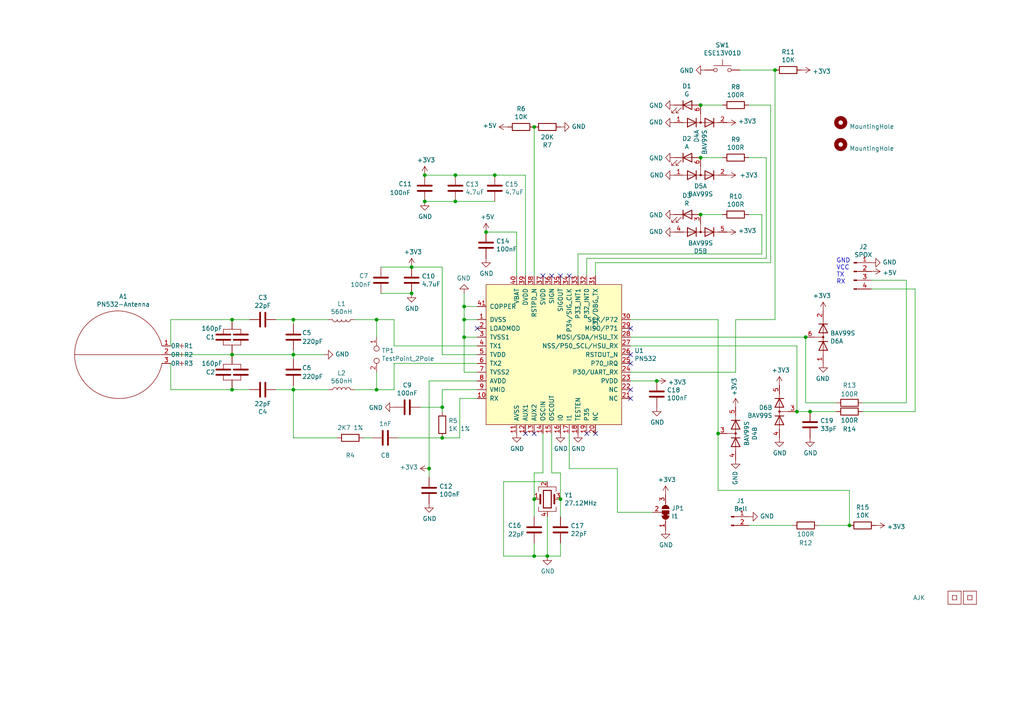
<source format=kicad_sch>
(kicad_sch (version 20211123) (generator eeschema)
  (paper "A4")
  (title_block (title "PN532 NFC Board") (date "${DATE}") (rev "7") (company "Adrian Kennard Andrews & Arnold Ltd") (comment 1 "www.me.uk"))
  (lib_symbols
    (symbol "Connector:Conn_01x02_Male" (pin_names (offset 1.016) hide)
      (property "Reference" "J" (at 0 2.54 0))
      (property "Value" "Conn_01x02_Male" (at 0 -5.08 0))
      (symbol "Conn_01x02_Male_1_1"
        (polyline (pts (xy 1.27 -2.54) (xy 0.8636 -2.54)) (stroke (width 0.1524)))
        (polyline (pts (xy 1.27 0) (xy 0.8636 0)) (stroke (width 0.1524)))
        (rectangle (start 0.8636 -2.413) (end 0 -2.667) (stroke (width 0.1524)) (fill (type outline)))
        (rectangle (start 0.8636 0.127) (end 0 -0.127) (stroke (width 0.1524)) (fill (type outline)))
        (pin passive line (at 5.08 0 180) (length 3.81) (name "Pin_1") (number "1"))
        (pin passive line (at 5.08 -2.54 180) (length 3.81) (name "Pin_2") (number "2"))
      )
    )
    (symbol "Connector:Conn_01x04_Male" (pin_names (offset 1.016) hide)
      (property "Reference" "J" (at 0 5.08 0))
      (property "Value" "Conn_01x04_Male" (at 0 -7.62 0))
      (symbol "Conn_01x04_Male_1_1"
        (polyline (pts (xy 1.27 -5.08) (xy 0.8636 -5.08)) (stroke (width 0.1524)))
        (polyline (pts (xy 1.27 -2.54) (xy 0.8636 -2.54)) (stroke (width 0.1524)))
        (polyline (pts (xy 1.27 0) (xy 0.8636 0)) (stroke (width 0.1524)))
        (polyline (pts (xy 1.27 2.54) (xy 0.8636 2.54)) (stroke (width 0.1524)))
        (rectangle (start 0.8636 -4.953) (end 0 -5.207) (stroke (width 0.1524)) (fill (type outline)))
        (rectangle (start 0.8636 -2.413) (end 0 -2.667) (stroke (width 0.1524)) (fill (type outline)))
        (rectangle (start 0.8636 0.127) (end 0 -0.127) (stroke (width 0.1524)) (fill (type outline)))
        (rectangle (start 0.8636 2.667) (end 0 2.413) (stroke (width 0.1524)) (fill (type outline)))
        (pin passive line (at 5.08 2.54 180) (length 3.81) (name "Pin_1") (number "1"))
        (pin passive line (at 5.08 0 180) (length 3.81) (name "Pin_2") (number "2"))
        (pin passive line (at 5.08 -2.54 180) (length 3.81) (name "Pin_3") (number "3"))
        (pin passive line (at 5.08 -5.08 180) (length 3.81) (name "Pin_4") (number "4"))
      )
    )
    (symbol "Connector:TestPoint_2Pole" (pin_names (offset 0.762) hide)
      (property "Reference" "TP" (at 0 1.524 0))
      (property "Value" "TestPoint_2Pole" (at 0 -1.778 0))
      (symbol "TestPoint_2Pole_0_1"
        (circle (center -1.778 0) (radius 0.762))
        (circle (center 1.778 0) (radius 0.762))
        (pin passive line (at -5.08 0 0) (length 2.54) (name "1") (number "1"))
        (pin passive line (at 5.08 0 180) (length 2.54) (name "2") (number "2"))
      )
    )
    (symbol "Cx2_1" (pin_numbers hide) (pin_names (offset 0.254))
      (property "Reference" "C" (at 0.635 3.429 0))
      (property "Value" "Cx2_1" (at 2.921 -3.429 0))
      (property "Note" "May be two 0603 parts" (at 0 0 0))
      (symbol "Cx2_1_0_1"
        (polyline (pts (xy -2.032 -0.762) (xy 2.032 -0.762)) (stroke (width 0.508)))
        (polyline (pts (xy -2.032 0.762) (xy 2.032 0.762)) (stroke (width 0.508)))
        (polyline (pts (xy 0 -2.286) (xy 0 -0.762)))
        (polyline (pts (xy 0 -2.286) (xy 5.08 -2.286)))
        (polyline (pts (xy 0 2.286) (xy 0 0.889)))
        (polyline (pts (xy 0 2.286) (xy 5.08 2.286)))
        (polyline (pts (xy 5.08 -2.286) (xy 5.08 -0.762)))
        (polyline (pts (xy 5.08 2.286) (xy 5.08 0.635)))
      )
      (symbol "Cx2_1_1_1"
        (polyline (pts (xy 3.048 -0.762) (xy 7.112 -0.762)) (stroke (width 0.508)))
        (polyline (pts (xy 3.048 0.762) (xy 7.112 0.762)) (stroke (width 0.508)))
        (pin passive line (at 2.54 5.08 270) (length 2.794) (name "~") (number "1"))
        (pin passive line (at 2.54 -5.08 90) (length 2.794) (name "~") (number "2"))
      )
    )
    (symbol "Device:C" (pin_numbers hide) (pin_names (offset 0.254))
      (property "Reference" "C" (at 0.635 2.54 0))
      (property "Value" "C" (at 0.635 -2.54 0))
      (symbol "C_0_1"
        (polyline (pts (xy -2.032 -0.762) (xy 2.032 -0.762)) (stroke (width 0.508)))
        (polyline (pts (xy -2.032 0.762) (xy 2.032 0.762)) (stroke (width 0.508)))
      )
      (symbol "C_1_1"
        (pin passive line (at 0 3.81 270) (length 2.794) (name "~") (number "1"))
        (pin passive line (at 0 -3.81 90) (length 2.794) (name "~") (number "2"))
      )
    )
    (symbol "Device:Crystal_GND24" (pin_names (offset 1.016) hide)
      (property "Reference" "Y" (at 3.175 5.08 0))
      (property "Value" "Crystal_GND24" (at 3.175 3.175 0))
      (symbol "Crystal_GND24_0_1"
        (rectangle (start -1.143 2.54) (end 1.143 -2.54) (stroke (width 0.3048)))
        (polyline (pts (xy -2.54 0) (xy -2.032 0)))
        (polyline (pts (xy -2.032 -1.27) (xy -2.032 1.27)) (stroke (width 0.508)))
        (polyline (pts (xy 0 -3.81) (xy 0 -3.556)))
        (polyline (pts (xy 0 3.556) (xy 0 3.81)))
        (polyline (pts (xy 2.032 -1.27) (xy 2.032 1.27)) (stroke (width 0.508)))
        (polyline (pts (xy 2.032 0) (xy 2.54 0)))
        (polyline (pts (xy -2.54 -2.286) (xy -2.54 -3.556) (xy 2.54 -3.556) (xy 2.54 -2.286)))
        (polyline (pts (xy -2.54 2.286) (xy -2.54 3.556) (xy 2.54 3.556) (xy 2.54 2.286)))
      )
      (symbol "Crystal_GND24_1_1"
        (pin passive line (at -3.81 0 0) (length 1.27) (name "1") (number "1"))
        (pin passive line (at 0 5.08 270) (length 1.27) (name "2") (number "2"))
        (pin passive line (at 3.81 0 180) (length 1.27) (name "3") (number "3"))
        (pin passive line (at 0 -5.08 90) (length 1.27) (name "4") (number "4"))
      )
    )
    (symbol "Device:L" (pin_numbers hide) (pin_names (offset 1.016) hide)
      (property "Reference" "L" (at -1.27 0 90))
      (property "Value" "L" (at 1.905 0 90))
      (symbol "L_0_1"
        (arc (start 0 -2.54) (mid 0.635 -1.905) (end 0 -1.27))
        (arc (start 0 -1.27) (mid 0.635 -0.635) (end 0 0))
        (arc (start 0 0) (mid 0.635 0.635) (end 0 1.27))
        (arc (start 0 1.27) (mid 0.635 1.905) (end 0 2.54))
      )
      (symbol "L_1_1"
        (pin passive line (at 0 3.81 270) (length 1.27) (name "1") (number "1"))
        (pin passive line (at 0 -3.81 90) (length 1.27) (name "2") (number "2"))
      )
    )
    (symbol "Device:LED" (pin_numbers hide) (pin_names (offset 1.016) hide)
      (property "Reference" "D" (at 0 2.54 0))
      (property "Value" "LED" (at 0 -2.54 0))
      (symbol "LED_0_1"
        (polyline (pts (xy -1.27 -1.27) (xy -1.27 1.27)) (stroke (width 0.254)))
        (polyline (pts (xy -1.27 0) (xy 1.27 0)))
        (polyline (pts (xy 1.27 -1.27) (xy 1.27 1.27) (xy -1.27 0) (xy 1.27 -1.27)) (stroke (width 0.254)))
        (polyline (pts (xy -3.048 -0.762) (xy -4.572 -2.286) (xy -3.81 -2.286) (xy -4.572 -2.286) (xy -4.572 -1.524)))
        (polyline (pts (xy -1.778 -0.762) (xy -3.302 -2.286) (xy -2.54 -2.286) (xy -3.302 -2.286) (xy -3.302 -1.524)))
      )
      (symbol "LED_1_1"
        (pin passive line (at -3.81 0 0) (length 2.54) (name "K") (number "1"))
        (pin passive line (at 3.81 0 180) (length 2.54) (name "A") (number "2"))
      )
    )
    (symbol "Device:R" (pin_numbers hide) (pin_names (offset 0))
      (property "Reference" "R" (at 2.032 0 90))
      (property "Value" "R" (at 0 0 90))
      (symbol "R_0_1"
        (rectangle (start -1.016 -2.54) (end 1.016 2.54) (stroke (width 0.254)))
      )
      (symbol "R_1_1"
        (pin passive line (at 0 3.81 270) (length 1.27) (name "~") (number "1"))
        (pin passive line (at 0 -3.81 90) (length 1.27) (name "~") (number "2"))
      )
    )
    (symbol "Diode:BAV99S" (pin_names (offset 0.0254) hide)
      (property "Reference" "D" (at 0 2.54 0))
      (property "Value" "BAV99S" (at 0 5.08 0))
      (symbol "BAV99S_0_1"
        (polyline (pts (xy -5.08 0) (xy 5.08 0)))
        (polyline (pts (xy 0 0) (xy 0 -2.54)))
        (polyline (pts (xy -1.27 -1.27) (xy -1.27 1.27) (xy -1.27 1.27)) (stroke (width 0.254)))
        (polyline (pts (xy 3.81 1.27) (xy 3.81 -1.27) (xy 3.81 -1.27)) (stroke (width 0.254)))
        (polyline (pts (xy -3.81 1.27) (xy -1.27 0) (xy -3.81 -1.27) (xy -3.81 1.27) (xy -3.81 1.27) (xy -3.81 1.27)) (stroke (width 0.254)))
        (polyline (pts (xy 1.27 1.27) (xy 3.81 0) (xy 1.27 -1.27) (xy 1.27 1.27) (xy 1.27 1.27) (xy 1.27 1.27)) (stroke (width 0.254)))
        (circle (center 0 0) (radius 0.254) (fill (type outline)))
      )
      (symbol "BAV99S_1_1"
        (polyline (pts (xy 6.35 0) (xy 7.62 0)))
        (pin passive line (at -7.62 0 0) (length 2.54) (name "A1") (number "1"))
        (pin passive line (at 7.62 0 180) (length 2.54) (name "K2") (number "2"))
        (pin passive line (at 0 -5.08 90) (length 2.54) (name "K3A4") (number "6"))
      )
      (symbol "BAV99S_2_1"
        (polyline (pts (xy 6.35 0) (xy 7.62 0)))
        (pin passive line (at 0 -5.08 90) (length 2.54) (name "K1A2") (number "3"))
        (pin passive line (at -7.62 0 0) (length 2.54) (name "A3") (number "4"))
        (pin passive line (at 7.62 0 180) (length 2.54) (name "K4") (number "5"))
      )
    )
    (symbol "Hidden_2" (pin_names (offset 1.016))
      (property "Reference" "Z" (at 0.635 0 0))
      (property "Value" "Hidden_2" (at 4.445 0 0))
      (symbol "Hidden_2_0_1"
        (polyline (pts (xy -0.635 0) (xy 0.635 0)) (stroke (width 0.1524)))
        (polyline (pts (xy 0 0.635) (xy 0 -0.635)) (stroke (width 0.1524)))
      )
      (symbol "Hidden_2_1_1"
        (pin no_connect non_logic (at 0 -2.54 90) (length 2.54) hide (name "~") (number "~"))
      )
    )
    (symbol "Jumper:SolderJumper_3_Bridged12" (pin_names (offset 0) hide)
      (property "Reference" "JP" (at -2.54 -2.54 0))
      (property "Value" "SolderJumper_3_Bridged12" (at 0 2.794 0))
      (symbol "SolderJumper_3_Bridged12_0_1"
        (rectangle (start -1.016 0.508) (end -0.508 -0.508) (fill (type outline)))
        (arc (start -1.016 1.016) (mid -2.032 0) (end -1.016 -1.016))
        (arc (start -1.016 1.016) (mid -2.032 0) (end -1.016 -1.016) (fill (type outline)))
        (rectangle (start -0.508 1.016) (end 0.508 -1.016) (fill (type outline)))
        (polyline (pts (xy -2.54 0) (xy -2.032 0)))
        (polyline (pts (xy -1.016 1.016) (xy -1.016 -1.016)))
        (polyline (pts (xy 0 -1.27) (xy 0 -1.016)))
        (polyline (pts (xy 1.016 1.016) (xy 1.016 -1.016)))
        (polyline (pts (xy 2.54 0) (xy 2.032 0)))
        (arc (start 1.016 -1.016) (mid 2.032 0) (end 1.016 1.016))
        (arc (start 1.016 -1.016) (mid 2.032 0) (end 1.016 1.016) (fill (type outline)))
      )
      (symbol "SolderJumper_3_Bridged12_1_1"
        (pin passive line (at -5.08 0 0) (length 2.54) (name "A") (number "1"))
        (pin input line (at 0 -3.81 90) (length 2.54) (name "C") (number "2"))
        (pin passive line (at 5.08 0 180) (length 2.54) (name "B") (number "3"))
      )
    )
    (symbol "Mechanical:MountingHole" (pin_names (offset 1.016)) (in_bom no)
      (property "Reference" "H" (at 0 5.08 0))
      (property "Value" "MountingHole" (at 0 3.175 0))
      (symbol "MountingHole_0_1"
        (circle (center 0 0) (radius 1.27) (stroke (width 1.27)))
      )
    )
    (symbol "MountingHole_1" (pin_names (offset 1.016)) (in_bom no)
      (property "Reference" "H" (at 0 5.08 0))
      (property "Value" "MountingHole_1" (at 0 3.175 0))
      (symbol "MountingHole_1_0_1"
        (circle (center 0 0) (radius 1.27) (stroke (width 1.27)))
      )
    )
    (symbol "QR_1" (pin_names (offset 1.016)) (in_bom no)
      (symbol "QR_1_0_1"
        (rectangle (start -1.905 -1.905) (end -1.905 1.905))
        (rectangle (start -1.905 1.905) (end 1.905 1.905))
        (rectangle (start -0.635 -0.635) (end -0.635 0.635))
        (rectangle (start -0.635 0.635) (end 0.635 0.635))
        (rectangle (start 0.635 -0.635) (end -0.635 -0.635))
        (rectangle (start 0.635 0.635) (end 0.635 -0.635))
        (rectangle (start 1.905 -1.905) (end -1.905 -1.905))
        (rectangle (start 1.905 1.905) (end 1.905 -1.905))
      )
    )
    (symbol "RevK:AJK" (pin_names (offset 1.016)) (in_bom no)
      (property "Value" "AJK" (at 0 0 0))
    )
    (symbol "RevK:Hidden" (pin_names (offset 1.016))
      (property "Reference" "Z" (at 0.635 0 0))
      (property "Value" "Hidden" (at 4.445 0 0))
      (symbol "Hidden_0_1"
        (polyline (pts (xy -0.635 0) (xy 0.635 0)) (stroke (width 0.1524)))
        (polyline (pts (xy 0 0.635) (xy 0 -0.635)) (stroke (width 0.1524)))
      )
      (symbol "Hidden_1_1"
        (pin no_connect non_logic (at 0 -2.54 90) (length 2.54) hide (name "~") (number "~"))
      )
    )
    (symbol "RevK:PN532" (pin_names (offset 1.016))
      (property "Reference" "U" (at -21.59 13.97 0))
      (property "Value" "PN532" (at -3.81 35.56 0))
      (symbol "PN532_0_1"
        (rectangle (start -22.86 57.15) (end 16.51 16.51) (fill (type background)))
      )
      (symbol "PN532_1_1"
        (pin power_in line (at -25.4 46.99 0) (length 2.54) (name "DVSS") (number "1"))
        (pin input line (at -25.4 24.13 0) (length 2.54) (name "RX") (number "10"))
        (pin power_in line (at -13.97 13.97 90) (length 2.54) (name "AVSS") (number "11"))
        (pin output line (at -11.43 13.97 90) (length 2.54) (name "AUX1") (number "12"))
        (pin output line (at -8.89 13.97 90) (length 2.54) (name "AUX2") (number "13"))
        (pin input line (at -6.35 13.97 90) (length 2.54) (name "OSCIN") (number "14"))
        (pin output line (at -3.81 13.97 90) (length 2.54) (name "OSCOUT") (number "15"))
        (pin input line (at -1.27 13.97 90) (length 2.54) (name "I0") (number "16"))
        (pin input line (at 1.27 13.97 90) (length 2.54) (name "I1") (number "17"))
        (pin input line (at 3.81 13.97 90) (length 2.54) (name "TESTEN") (number "18"))
        (pin bidirectional line (at 6.35 13.97 90) (length 2.54) (name "P35") (number "19"))
        (pin output line (at -25.4 44.45 0) (length 2.54) (name "LOADMOD") (number "2"))
        (pin passive line (at 8.89 13.97 90) (length 2.54) (name "NC") (number "20"))
        (pin passive line (at 19.05 24.13 180) (length 2.54) (name "NC") (number "21"))
        (pin passive line (at 19.05 26.67 180) (length 2.54) (name "NC") (number "22"))
        (pin power_in line (at 19.05 29.21 180) (length 2.54) (name "PVDD") (number "23"))
        (pin bidirectional line (at 19.05 31.75 180) (length 2.54) (name "P30/UART_RX") (number "24"))
        (pin bidirectional line (at 19.05 34.29 180) (length 2.54) (name "P70_IRQ") (number "25"))
        (pin output line (at 19.05 36.83 180) (length 2.54) (name "RSTOUT_N") (number "26"))
        (pin bidirectional line (at 19.05 39.37 180) (length 2.54) (name "NSS/P50_SCL/HSU_RX") (number "27"))
        (pin bidirectional line (at 19.05 41.91 180) (length 2.54) (name "MOSI/SDA/HSU_TX") (number "28"))
        (pin bidirectional line (at 19.05 44.45 180) (length 2.54) (name "MISO/P71") (number "29"))
        (pin power_in line (at -25.4 41.91 0) (length 2.54) (name "TVSS1") (number "3"))
        (pin bidirectional line (at 19.05 46.99 180) (length 2.54) (name "SCK/P72") (number "30"))
        (pin bidirectional line (at 8.89 59.69 270) (length 2.54) (name "P31/DBG_TX") (number "31"))
        (pin bidirectional line (at 6.35 59.69 270) (length 2.54) (name "P32_INT0") (number "32"))
        (pin bidirectional line (at 3.81 59.69 270) (length 2.54) (name "P33_INT1") (number "33"))
        (pin bidirectional line (at 1.27 59.69 270) (length 2.54) (name "P34/SIG_CLK") (number "34"))
        (pin output line (at -1.27 59.69 270) (length 2.54) (name "SIGOUT") (number "35"))
        (pin input line (at -3.81 59.69 270) (length 2.54) (name "SIGN") (number "36"))
        (pin power_out line (at -6.35 59.69 270) (length 2.54) (name "SVDD") (number "37"))
        (pin input line (at -8.89 59.69 270) (length 2.54) (name "RSTPD_N") (number "38"))
        (pin power_out line (at -11.43 59.69 270) (length 2.54) (name "DVDD") (number "39"))
        (pin output line (at -25.4 39.37 0) (length 2.54) (name "TX1") (number "4"))
        (pin power_in line (at -13.97 59.69 270) (length 2.54) (name "VBAT") (number "40"))
        (pin passive line (at -25.4 50.8 0) (length 2.54) (name "COPPER") (number "41"))
        (pin power_in line (at -25.4 36.83 0) (length 2.54) (name "TVDD") (number "5"))
        (pin output line (at -25.4 34.29 0) (length 2.54) (name "TX2") (number "6"))
        (pin power_in line (at -25.4 31.75 0) (length 2.54) (name "TVSS2") (number "7"))
        (pin power_in line (at -25.4 29.21 0) (length 2.54) (name "AVDD") (number "8"))
        (pin output line (at -25.4 26.67 0) (length 2.54) (name "VMID") (number "9"))
      )
    )
    (symbol "RevK:PN532-Antenna" (pin_names (offset 1.016)) (in_bom no)
      (property "Reference" "A" (at 0 -15.24 0))
      (property "Value" "PN532-Antenna" (at 0 1.27 0))
      (symbol "PN532-Antenna_0_1"
        (arc (start 0 -12.7) (mid 8.196 -9.9275) (end 12.7 -2.54))
        (polyline (pts (xy 12.7 0) (xy -12.7 0)))
        (arc (start 0 12.7) (mid -12.7 0) (end 0 -12.7))
        (arc (start 12.7 2.54) (mid 8.0366 9.7282) (end 0 12.7))
      )
      (symbol "PN532-Antenna_1_1"
        (pin bidirectional line (at 15.24 2.54 180) (length 2.54) (name "") (number "1"))
        (pin bidirectional line (at 15.24 0 180) (length 2.54) (name "") (number "2"))
        (pin bidirectional line (at 15.24 -2.54 180) (length 2.54) (name "") (number "3"))
      )
    )
    (symbol "RevK:QR" (pin_names (offset 1.016)) (in_bom no)
      (symbol "QR_0_1"
        (rectangle (start -1.905 -1.905) (end -1.905 1.905))
        (rectangle (start -1.905 1.905) (end 1.905 1.905))
        (rectangle (start -0.635 -0.635) (end -0.635 0.635))
        (rectangle (start -0.635 0.635) (end 0.635 0.635))
        (rectangle (start 0.635 -0.635) (end -0.635 -0.635))
        (rectangle (start 0.635 0.635) (end 0.635 -0.635))
        (rectangle (start 1.905 -1.905) (end -1.905 -1.905))
        (rectangle (start 1.905 1.905) (end 1.905 -1.905))
      )
    )
    (symbol "Switch:SW_Push" (pin_numbers hide) (pin_names (offset 1.016) hide)
      (property "Reference" "SW" (at 1.27 2.54 0))
      (property "Value" "SW_Push" (at 0 -1.524 0))
      (symbol "SW_Push_0_1"
        (circle (center -2.032 0) (radius 0.508))
        (polyline (pts (xy 0 1.27) (xy 0 3.048)))
        (polyline (pts (xy 2.54 1.27) (xy -2.54 1.27)))
        (circle (center 2.032 0) (radius 0.508))
        (pin passive line (at -5.08 0 0) (length 2.54) (name "1") (number "1"))
        (pin passive line (at 5.08 0 180) (length 2.54) (name "2") (number "2"))
      )
    )
    (symbol "power:+3.3V" (power) (pin_names (offset 0))
      (property "Value" "+3.3V" (at 0 3.556 0))
      (symbol "+3.3V_0_1"
        (polyline (pts (xy -0.762 1.27) (xy 0 2.54)))
        (polyline (pts (xy 0 0) (xy 0 2.54)))
        (polyline (pts (xy 0 2.54) (xy 0.762 1.27)))
      )
      (symbol "+3.3V_1_1"
        (pin power_in line (at 0 0 90) (length 0) hide (name "+3V3") (number "1"))
      )
    )
    (symbol "power:+5V" (power) (pin_names (offset 0))
      (property "Value" "+5V" (at 0 3.556 0))
      (symbol "+5V_0_1"
        (polyline (pts (xy -0.762 1.27) (xy 0 2.54)))
        (polyline (pts (xy 0 0) (xy 0 2.54)))
        (polyline (pts (xy 0 2.54) (xy 0.762 1.27)))
      )
      (symbol "+5V_1_1"
        (pin power_in line (at 0 0 90) (length 0) hide (name "+5V") (number "1"))
      )
    )
    (symbol "power:GND" (power) (pin_names (offset 0))
      (property "Value" "GND" (at 0 -3.81 0))
      (symbol "GND_0_1"
        (polyline (pts (xy 0 0) (xy 0 -1.27) (xy 1.27 -1.27) (xy 0 -2.54) (xy -1.27 -1.27) (xy 0 -1.27)))
      )
      (symbol "GND_1_1"
        (pin power_in line (at 0 0 270) (length 0) hide (name "GND") (number "1"))
      )
    )
  )
  (junction (at 85.09 113.03))
  (junction (at 109.22 92.71))
  (junction (at 140.97 67.31))
  (junction (at 162.56 144.78))
  (junction (at 190.5 110.49))
  (junction (at 134.62 88.9))
  (junction (at 134.62 92.71))
  (junction (at 203.2 62.23))
  (junction (at 67.31 113.03))
  (junction (at 233.68 97.79))
  (junction (at 119.38 77.47))
  (junction (at 128.27 118.11))
  (junction (at 231.14 119.38))
  (junction (at 132.08 58.42))
  (junction (at 134.62 97.79))
  (junction (at 123.19 58.42))
  (junction (at 208.28 125.73))
  (junction (at 123.19 50.8))
  (junction (at 85.09 92.71))
  (junction (at 154.94 144.78))
  (junction (at 132.08 50.8))
  (junction (at 154.94 161.29))
  (junction (at 143.51 50.8))
  (junction (at 158.75 161.29))
  (junction (at 67.31 102.87))
  (junction (at 119.38 85.09))
  (junction (at 203.2 45.72))
  (junction (at 128.27 127))
  (junction (at 224.79 20.32))
  (junction (at 234.95 119.38))
  (junction (at 67.31 92.71))
  (junction (at 154.94 36.83))
  (junction (at 124.46 135.89))
  (junction (at 85.09 102.87))
  (junction (at 203.2 30.48))
  (junction (at 109.22 113.03))
  (junction (at 246.38 152.4))
  (no_connect (at 182.88 102.87))
  (no_connect (at 162.56 80.01))
  (no_connect (at 170.18 125.73))
  (no_connect (at 154.94 125.73))
  (no_connect (at 182.88 115.57))
  (no_connect (at 182.88 113.03))
  (no_connect (at 157.48 80.01))
  (no_connect (at 182.88 105.41))
  (no_connect (at 165.1 80.01))
  (no_connect (at 172.72 125.73))
  (no_connect (at 138.43 95.25))
  (no_connect (at 182.88 95.25))
  (no_connect (at 152.4 125.73))
  (no_connect (at 160.02 80.01))
  (wire (pts (xy 160.02 125.73) (xy 160.02 137.16)))
  (wire (pts (xy 146.05 139.7) (xy 146.05 161.29)))
  (wire (pts (xy 158.75 139.7) (xy 146.05 139.7)))
  (wire (pts (xy 217.17 45.72) (xy 222.25 45.72)))
  (wire (pts (xy 85.09 101.6) (xy 85.09 102.87)))
  (wire (pts (xy 114.3 105.41) (xy 138.43 105.41)))
  (wire (pts (xy 229.87 152.4) (xy 217.17 152.4)))
  (wire (pts (xy 217.17 62.23) (xy 220.98 62.23)))
  (wire (pts (xy 49.53 105.41) (xy 49.53 113.03)))
  (wire (pts (xy 170.18 74.93) (xy 170.18 80.01)))
  (wire (pts (xy 154.94 137.16) (xy 154.94 144.78)))
  (wire (pts (xy 132.08 50.8) (xy 143.51 50.8)))
  (wire (pts (xy 222.25 45.72) (xy 222.25 74.93)))
  (wire (pts (xy 85.09 102.87) (xy 85.09 104.14)))
  (wire (pts (xy 110.49 77.47) (xy 119.38 77.47)))
  (wire (pts (xy 233.68 116.84) (xy 233.68 97.79)))
  (wire (pts (xy 146.05 161.29) (xy 154.94 161.29)))
  (wire (pts (xy 49.53 92.71) (xy 49.53 100.33)))
  (wire (pts (xy 138.43 107.95) (xy 134.62 107.95)))
  (wire (pts (xy 114.3 105.41) (xy 114.3 113.03)))
  (wire (pts (xy 134.62 92.71) (xy 138.43 92.71)))
  (wire (pts (xy 85.09 92.71) (xy 95.25 92.71)))
  (wire (pts (xy 209.55 30.48) (xy 203.2 30.48)))
  (wire (pts (xy 80.01 92.71) (xy 85.09 92.71)))
  (wire (pts (xy 265.43 119.38) (xy 250.19 119.38)))
  (wire (pts (xy 157.48 125.73) (xy 157.48 137.16)))
  (wire (pts (xy 134.62 88.9) (xy 138.43 88.9)))
  (wire (pts (xy 114.3 92.71) (xy 114.3 100.33)))
  (wire (pts (xy 208.28 92.71) (xy 208.28 125.73)))
  (wire (pts (xy 134.62 97.79) (xy 134.62 92.71)))
  (wire (pts (xy 152.4 80.01) (xy 152.4 50.8)))
  (wire (pts (xy 154.94 144.78) (xy 154.94 149.86)))
  (wire (pts (xy 128.27 102.87) (xy 128.27 77.47)))
  (wire (pts (xy 182.88 92.71) (xy 208.28 92.71)))
  (wire (pts (xy 85.09 102.87) (xy 93.98 102.87)))
  (wire (pts (xy 67.31 113.03) (xy 72.39 113.03)))
  (wire (pts (xy 114.3 100.33) (xy 138.43 100.33)))
  (wire (pts (xy 172.72 76.2) (xy 172.72 80.01)))
  (wire (pts (xy 213.36 92.71) (xy 224.79 92.71)))
  (wire (pts (xy 213.36 107.95) (xy 182.88 107.95)))
  (wire (pts (xy 67.31 102.87) (xy 85.09 102.87)))
  (wire (pts (xy 132.08 58.42) (xy 123.19 58.42)))
  (wire (pts (xy 224.79 20.32) (xy 224.79 92.71)))
  (wire (pts (xy 237.49 152.4) (xy 246.38 152.4)))
  (wire (pts (xy 138.43 110.49) (xy 124.46 110.49)))
  (wire (pts (xy 85.09 113.03) (xy 95.25 113.03)))
  (wire (pts (xy 119.38 77.47) (xy 128.27 77.47)))
  (wire (pts (xy 252.73 81.28) (xy 262.89 81.28)))
  (wire (pts (xy 128.27 127) (xy 133.35 127)))
  (wire (pts (xy 109.22 107.95) (xy 109.22 113.03)))
  (wire (pts (xy 49.53 102.87) (xy 67.31 102.87)))
  (wire (pts (xy 138.43 102.87) (xy 128.27 102.87)))
  (wire (pts (xy 128.27 118.11) (xy 128.27 119.38)))
  (wire (pts (xy 124.46 110.49) (xy 124.46 135.89)))
  (wire (pts (xy 138.43 115.57) (xy 133.35 115.57)))
  (wire (pts (xy 115.57 127) (xy 128.27 127)))
  (wire (pts (xy 134.62 97.79) (xy 138.43 97.79)))
  (wire (pts (xy 233.68 97.79) (xy 182.88 97.79)))
  (wire (pts (xy 167.64 73.66) (xy 220.98 73.66)))
  (wire (pts (xy 242.57 119.38) (xy 234.95 119.38)))
  (wire (pts (xy 102.87 113.03) (xy 109.22 113.03)))
  (wire (pts (xy 265.43 83.82) (xy 265.43 119.38)))
  (wire (pts (xy 85.09 113.03) (xy 85.09 127)))
  (wire (pts (xy 162.56 137.16) (xy 162.56 144.78)))
  (wire (pts (xy 132.08 50.8) (xy 123.19 50.8)))
  (wire (pts (xy 217.17 30.48) (xy 223.52 30.48)))
  (wire (pts (xy 234.95 119.38) (xy 231.14 119.38)))
  (wire (pts (xy 109.22 92.71) (xy 114.3 92.71)))
  (wire (pts (xy 143.51 50.8) (xy 152.4 50.8)))
  (wire (pts (xy 262.89 81.28) (xy 262.89 116.84)))
  (wire (pts (xy 157.48 137.16) (xy 154.94 137.16)))
  (wire (pts (xy 165.1 135.89) (xy 179.07 135.89)))
  (wire (pts (xy 85.09 127) (xy 97.79 127)))
  (wire (pts (xy 132.08 58.42) (xy 143.51 58.42)))
  (wire (pts (xy 134.62 107.95) (xy 134.62 97.79)))
  (wire (pts (xy 124.46 135.89) (xy 124.46 138.43)))
  (wire (pts (xy 160.02 137.16) (xy 162.56 137.16)))
  (wire (pts (xy 138.43 113.03) (xy 128.27 113.03)))
  (wire (pts (xy 149.86 67.31) (xy 149.86 80.01)))
  (wire (pts (xy 85.09 92.71) (xy 85.09 93.98)))
  (wire (pts (xy 242.57 116.84) (xy 233.68 116.84)))
  (wire (pts (xy 223.52 30.48) (xy 223.52 76.2)))
  (wire (pts (xy 172.72 76.2) (xy 223.52 76.2)))
  (wire (pts (xy 105.41 127) (xy 107.95 127)))
  (wire (pts (xy 167.64 73.66) (xy 167.64 80.01)))
  (wire (pts (xy 133.35 115.57) (xy 133.35 127)))
  (wire (pts (xy 209.55 62.23) (xy 203.2 62.23)))
  (wire (pts (xy 85.09 111.76) (xy 85.09 113.03)))
  (wire (pts (xy 220.98 62.23) (xy 220.98 73.66)))
  (wire (pts (xy 134.62 88.9) (xy 134.62 85.09)))
  (wire (pts (xy 154.94 157.48) (xy 154.94 161.29)))
  (wire (pts (xy 182.88 100.33) (xy 231.14 100.33)))
  (wire (pts (xy 154.94 36.83) (xy 154.94 80.01)))
  (wire (pts (xy 158.75 149.86) (xy 158.75 161.29)))
  (wire (pts (xy 182.88 110.49) (xy 190.5 110.49)))
  (wire (pts (xy 162.56 161.29) (xy 158.75 161.29)))
  (wire (pts (xy 246.38 142.24) (xy 246.38 152.4)))
  (wire (pts (xy 162.56 144.78) (xy 162.56 149.86)))
  (wire (pts (xy 222.25 74.93) (xy 170.18 74.93)))
  (wire (pts (xy 208.28 142.24) (xy 246.38 142.24)))
  (wire (pts (xy 109.22 92.71) (xy 109.22 97.79)))
  (wire (pts (xy 121.92 118.11) (xy 128.27 118.11)))
  (wire (pts (xy 109.22 113.03) (xy 114.3 113.03)))
  (wire (pts (xy 128.27 113.03) (xy 128.27 118.11)))
  (wire (pts (xy 67.31 92.71) (xy 72.39 92.71)))
  (wire (pts (xy 213.36 107.95) (xy 213.36 92.71)))
  (wire (pts (xy 49.53 92.71) (xy 67.31 92.71)))
  (wire (pts (xy 262.89 116.84) (xy 250.19 116.84)))
  (wire (pts (xy 179.07 148.59) (xy 189.23 148.59)))
  (wire (pts (xy 140.97 67.31) (xy 149.86 67.31)))
  (wire (pts (xy 179.07 135.89) (xy 179.07 148.59)))
  (wire (pts (xy 208.28 125.73) (xy 208.28 142.24)))
  (wire (pts (xy 252.73 83.82) (xy 265.43 83.82)))
  (wire (pts (xy 231.14 100.33) (xy 231.14 119.38)))
  (wire (pts (xy 110.49 85.09) (xy 119.38 85.09)))
  (wire (pts (xy 154.94 161.29) (xy 158.75 161.29)))
  (wire (pts (xy 80.01 113.03) (xy 85.09 113.03)))
  (wire (pts (xy 162.56 157.48) (xy 162.56 161.29)))
  (wire (pts (xy 102.87 92.71) (xy 109.22 92.71)))
  (wire (pts (xy 165.1 125.73) (xy 165.1 135.89)))
  (wire (pts (xy 214.63 20.32) (xy 224.79 20.32)))
  (wire (pts (xy 209.55 45.72) (xy 203.2 45.72)))
  (wire (pts (xy 49.53 113.03) (xy 67.31 113.03)))
  (wire (pts (xy 134.62 92.71) (xy 134.62 88.9)))
  (text "GND\nVCC\nTX\nRX" (at 242.57 82.55 0) (effects (font (size 1.27 1.27)) (justify left bottom)))
  (symbol (lib_id "RevK:PN532-Antenna") (at 34.29 102.87 0) (unit 1) (in_bom no)
    (property "Reference" "A1" (at 35.7632 85.979 0))
    (property "Value" "PN532-Antenna" (at 35.7632 88.2904 0))
    (property "Footprint" "RevK:PN532-Antenna5" (effects hide))
    (property "Note" "Non part, PCB printed" (effects hide))
  )
  (symbol (lib_id "RevK:PN532") (at 163.83 139.7 0) (unit 1)
    (property "Reference" "U1" (at 183.9976 101.7016 0) (effects (justify left)))
    (property "Value" "PN532" (at 183.9976 104.013 0) (effects (justify left)))
    (property "Footprint" "RevK:QFN-40-1EP_6x6mm_P0.5mm_EP4.6x4.6mm" (effects hide))
    (property "Datasheet" "https://www.mouser.co.uk/ProductDetail/771-PN5321A3HN10" (effects hide))
    (property "Part No" "PN5321A3HN/C106,51" (effects hide))
    (property "Manufacturer" "NXP Semiconductors" (effects hide))
  )
  (symbol (lib_name "Cx2_1") (lib_id "RevK:Cx2") (at 64.77 97.79 0) (unit 1)
    (property "Reference" "C1" (at 59.69 97.79 0) (effects (justify left)))
    (property "Value" "160pF" (at 58.42 95.25 0) (effects (justify left)))
    (property "Footprint" "RevK:C_0603" (effects hide))
    (property "Datasheet" "https://www.mouser.co.uk/ProductDetail/80-C0603X161F1HACTU" (effects hide))
    (property "Part No" "C0603X161F1HACTU" (effects hide))
    (property "Manufacturer" "KEMET" (effects hide))
  )
  (symbol (lib_id "Device:C") (at 76.2 92.71 270) (unit 1)
    (property "Reference" "C3" (at 76.2 86.3092 90))
    (property "Value" "22pF" (at 76.2 88.6206 90))
    (property "Footprint" "RevK:C_0603" (effects hide))
    (property "Datasheet" "https://www.mouser.co.uk/ProductDetail/791-0603N220F500CT" (effects hide))
    (property "Note" "0603" (effects hide))
    (property "Part No" "0603N220F500CT" (effects hide))
    (property "Manufacturer" "Walsin" (effects hide))
  )
  (symbol (lib_id "Device:C") (at 76.2 113.03 90) (unit 1)
    (property "Reference" "C4" (at 76.2 119.4308 90))
    (property "Value" "22pF" (at 76.2 117.1194 90))
    (property "Footprint" "RevK:C_0603" (effects hide))
    (property "Datasheet" "https://www.mouser.co.uk/ProductDetail/791-0603N220F500CT" (effects hide))
    (property "Note" "0603" (effects hide))
    (property "Part No" "0603N220F500CT" (effects hide))
    (property "Manufacturer" "Walsin" (effects hide))
  )
  (symbol (lib_id "Device:C") (at 85.09 97.79 180) (unit 1)
    (property "Reference" "C5" (at 87.63 96.52 0) (effects (justify right)))
    (property "Value" "220pF" (at 87.63 99.06 0) (effects (justify right)))
    (property "Footprint" "RevK:C_0603" (effects hide))
    (property "Part No" "0603-220pF-50V" (effects hide))
  )
  (symbol (lib_id "Device:C") (at 85.09 107.95 0) (unit 1)
    (property "Reference" "C6" (at 87.63 106.68 0) (effects (justify left)))
    (property "Value" "220pF" (at 87.63 109.22 0) (effects (justify left)))
    (property "Footprint" "RevK:C_0603" (effects hide))
    (property "Part No" "0603-220pF-50V" (effects hide))
  )
  (symbol (lib_id "Device:L") (at 99.06 92.71 270) (unit 1)
    (property "Reference" "L1" (at 99.06 88.1126 90))
    (property "Value" "560nH" (at 99.06 90.424 90))
    (property "Footprint" "RevK:L_1206_1008" (effects hide))
    (property "Datasheet" "https://www.mouser.co.uk/ProductDetail/81-LQW2UASR56G00L" (effects hide))
    (property "Note" "High quality inductor" (effects hide))
    (property "Part No" "LQW2UASR56G00L" (effects hide))
    (property "Manufacturer" "Murata Electronics" (effects hide))
  )
  (symbol (lib_id "Device:L") (at 99.06 113.03 90) (unit 1)
    (property "Reference" "L2" (at 99.06 108.204 90))
    (property "Value" "560nH" (at 99.06 110.5154 90))
    (property "Footprint" "RevK:L_1206_1008" (effects hide))
    (property "Datasheet" "https://www.mouser.co.uk/ProductDetail/81-LQW2UASR56G00L" (effects hide))
    (property "Note" "High quality inductor" (effects hide))
    (property "Part No" "LQW2UASR56G00L" (effects hide))
    (property "Manufacturer" "Murata Electronics" (effects hide))
  )
  (symbol (lib_id "Device:C") (at 111.76 127 270) (unit 1)
    (property "Reference" "C8" (at 111.76 132.08 90))
    (property "Value" "1nF" (at 111.76 122.9106 90))
    (property "Footprint" "RevK:C_0603" (effects hide))
    (property "Datasheet" "https://www.mouser.co.uk/ProductDetail/77-VJ0603A102GXAPBC" (effects hide))
    (property "Note" "0603" (effects hide))
    (property "Part No" "VJ0603A102GXAPW1BC" (effects hide))
    (property "Manufacturer" "Vishay / Vitramon" (effects hide))
  )
  (symbol (lib_id "Device:Crystal_GND24") (at 158.75 144.78 0) (unit 1)
    (property "Reference" "Y1" (at 163.6776 143.6116 0) (effects (justify left)))
    (property "Value" "27.12MHz" (at 163.6776 145.923 0) (effects (justify left)))
    (property "Footprint" "RevK:Crystal-3.2x2.5" (effects hide))
    (property "Datasheet" "https://www.mouser.co.uk/ProductDetail/815-ABM81-271-10B1UT" (effects hide))
    (property "Part No" "ABM81-27.120MHZ-10-B1U-T3" (effects hide))
    (property "Manufacturer" "ABRACON" (effects hide))
  )
  (symbol (lib_id "Device:C") (at 118.11 118.11 270) (unit 1)
    (property "Reference" "C9" (at 118.11 111.7092 90))
    (property "Value" "100nF" (at 118.11 114.0206 90))
    (property "Footprint" "RevK:C_0603" (effects hide))
    (property "Part No" "0603-100nF-25V" (effects hide))
  )
  (symbol (lib_id "Device:R") (at 101.6 127 270) (unit 1)
    (property "Reference" "R4" (at 101.6 132.08 90))
    (property "Value" "2K7 1%" (at 101.6 124.0536 90))
    (property "Footprint" "RevK:R_0603" (effects hide))
    (property "Datasheet" "https://www.mouser.co.uk/ProductDetail/603-RC0603FR-102K7L" (effects hide))
    (property "Note" "0603" (effects hide))
    (property "Part No" "RC0603FR-102K7L" (effects hide))
    (property "Manufacturer" "YAGEO" (effects hide))
  )
  (symbol (lib_id "Device:R") (at 128.27 123.19 180) (unit 1)
    (property "Reference" "R5" (at 130.048 122.0216 0) (effects (justify right)))
    (property "Value" "1K 1%" (at 130.048 124.333 0) (effects (justify right)))
    (property "Footprint" "RevK:R_0603" (effects hide))
    (property "Datasheet" "https://www.mouser.co.uk/ProductDetail/71-CRCW06031K00FKEAC" (effects hide))
    (property "Note" "0603" (effects hide))
    (property "Part No" "CRCW06031K00FKEAC" (effects hide))
    (property "Manufacturer" "Vishay / Dale" (effects hide))
  )
  (symbol (lib_id "Device:C") (at 119.38 81.28 0) (unit 1)
    (property "Reference" "C10" (at 122.301 80.1116 0) (effects (justify left)))
    (property "Value" "4.7uF" (at 122.301 82.423 0) (effects (justify left)))
    (property "Footprint" "RevK:C_0603" (effects hide))
    (property "Part No" "0603-4.7uF-10V" (effects hide))
  )
  (symbol (lib_id "Device:C") (at 110.49 81.28 0) (unit 1)
    (property "Reference" "C7" (at 104.14 80.01 0) (effects (justify left)))
    (property "Value" "100nF" (at 101.6 82.55 0) (effects (justify left)))
    (property "Footprint" "RevK:C_0603" (effects hide))
    (property "Part No" "0603-100nF-25V" (effects hide))
  )
  (symbol (lib_id "Device:C") (at 140.97 71.12 0) (unit 1)
    (property "Reference" "C14" (at 143.891 69.9516 0) (effects (justify left)))
    (property "Value" "100nF" (at 143.891 72.263 0) (effects (justify left)))
    (property "Footprint" "RevK:C_0603" (effects hide))
    (property "Part No" "0603-100nF-25V" (effects hide))
  )
  (symbol (lib_id "Device:C") (at 123.19 54.61 0) (unit 1)
    (property "Reference" "C11" (at 115.57 53.34 0) (effects (justify left)))
    (property "Value" "100nF" (at 113.03 55.88 0) (effects (justify left)))
    (property "Footprint" "RevK:C_0603" (effects hide))
    (property "Part No" "0603-100nF-25V" (effects hide))
  )
  (symbol (lib_id "Device:C") (at 132.08 54.61 0) (unit 1)
    (property "Reference" "C13" (at 135.001 53.4416 0) (effects (justify left)))
    (property "Value" "4.7uF" (at 135.001 55.753 0) (effects (justify left)))
    (property "Footprint" "RevK:C_0603" (effects hide))
    (property "Part No" "0603-4.7uF-10V" (effects hide))
  )
  (symbol (lib_id "Device:R") (at 151.13 36.83 270) (unit 1)
    (property "Reference" "R6" (at 151.13 31.5722 90))
    (property "Value" "10K" (at 151.13 33.8836 90))
    (property "Footprint" "RevK:R_0603" (effects hide))
    (property "Part No" "0603-10K" (effects hide))
  )
  (symbol (lib_id "Device:C") (at 190.5 114.3 0) (unit 1)
    (property "Reference" "C18" (at 193.421 113.1316 0) (effects (justify left)))
    (property "Value" "100nF" (at 193.421 115.443 0) (effects (justify left)))
    (property "Footprint" "RevK:C_0603" (effects hide))
    (property "Part No" "0603-100nF-25V" (effects hide))
  )
  (symbol (lib_id "Device:C") (at 154.94 153.67 0) (unit 1)
    (property "Reference" "C16" (at 147.32 152.4 0) (effects (justify left)))
    (property "Value" "22pF" (at 147.32 154.94 0) (effects (justify left)))
    (property "Footprint" "RevK:C_0603" (effects hide))
    (property "Part No" "0603-22pF-50V" (effects hide))
  )
  (symbol (lib_id "Device:C") (at 162.56 153.67 0) (unit 1)
    (property "Reference" "C17" (at 165.481 152.5016 0) (effects (justify left)))
    (property "Value" "22pF" (at 165.481 154.813 0) (effects (justify left)))
    (property "Footprint" "RevK:C_0603" (effects hide))
    (property "Part No" "0603-22pF-50V" (effects hide))
  )
  (symbol (lib_id "power:GND") (at 93.98 102.87 90) (unit 1)
    (property "Reference" "#PWR01" (effects hide))
    (property "Value" "GND" (at 97.2312 102.743 90) (effects (justify right)))
  )
  (symbol (lib_id "Switch:SW_Push") (at 209.55 20.32 0) (unit 1)
    (property "Reference" "SW1" (at 209.55 13.081 0))
    (property "Value" "ESE13V01D" (at 209.55 15.3924 0))
    (property "Footprint" "RevK:ESE13" (effects hide))
    (property "Datasheet" "https://docs.rs-online.com/73f9/0900766b810acfc9.pdf" (effects hide))
    (property "Part No" "ESE13V01D" (effects hide))
    (property "Manufacturer" "Panasonic" (effects hide))
  )
  (symbol (lib_id "power:GND") (at 114.3 118.11 270) (unit 1)
    (property "Reference" "#PWR02" (effects hide))
    (property "Value" "GND" (at 111.0488 118.237 90) (effects (justify right)))
  )
  (symbol (lib_id "power:+3.3V") (at 119.38 77.47 0) (unit 1)
    (property "Reference" "#PWR03" (effects hide))
    (property "Value" "+3.3V" (at 119.761 73.0758 0))
  )
  (symbol (lib_id "power:GND") (at 119.38 85.09 0) (unit 1)
    (property "Reference" "#PWR04" (effects hide))
    (property "Value" "GND" (at 119.507 89.4842 0))
  )
  (symbol (lib_id "Device:C") (at 124.46 142.24 0) (unit 1)
    (property "Reference" "C12" (at 127.381 141.0716 0) (effects (justify left)))
    (property "Value" "100nF" (at 127.381 143.383 0) (effects (justify left)))
    (property "Footprint" "RevK:C_0603" (effects hide))
    (property "Part No" "0603-100nF-25V" (effects hide))
  )
  (symbol (lib_id "power:GND") (at 124.46 146.05 0) (unit 1)
    (property "Reference" "#PWR08" (effects hide))
    (property "Value" "GND" (at 124.587 150.4442 0))
  )
  (symbol (lib_id "power:+3.3V") (at 124.46 135.89 90) (unit 1)
    (property "Reference" "#PWR07" (effects hide))
    (property "Value" "+3.3V" (at 121.2088 135.509 90) (effects (justify left)))
  )
  (symbol (lib_id "power:GND") (at 134.62 85.09 180) (unit 1)
    (property "Reference" "#PWR09" (effects hide))
    (property "Value" "GND" (at 134.493 80.6958 0))
  )
  (symbol (lib_id "power:GND") (at 140.97 74.93 0) (unit 1)
    (property "Reference" "#PWR011" (effects hide))
    (property "Value" "GND" (at 141.097 79.3242 0))
  )
  (symbol (lib_id "power:+5V") (at 140.97 67.31 0) (unit 1)
    (property "Reference" "#PWR010" (effects hide))
    (property "Value" "+5V" (at 141.351 62.9158 0))
  )
  (symbol (lib_id "power:GND") (at 123.19 58.42 0) (unit 1)
    (property "Reference" "#PWR06" (effects hide))
    (property "Value" "GND" (at 123.317 62.8142 0))
  )
  (symbol (lib_id "power:+3.3V") (at 123.19 50.8 0) (unit 1)
    (property "Reference" "#PWR05" (effects hide))
    (property "Value" "+3.3V" (at 123.571 46.4058 0))
  )
  (symbol (lib_name "MountingHole_1") (lib_id "Mechanical:MountingHole") (at 243.84 35.56 0) (unit 1) (in_bom no)
    (property "Reference" "H1" (effects hide))
    (property "Value" "MountingHole" (at 246.38 36.703 0) (effects (justify left)))
    (property "Footprint" "RevK:ISO7380-M3-NoPad" (effects hide))
    (property "Note" "No part, PCB printed" (effects hide))
  )
  (symbol (lib_id "Mechanical:MountingHole") (at 243.84 41.91 0) (unit 1) (in_bom no)
    (property "Reference" "H2" (effects hide))
    (property "Value" "MountingHole" (at 246.38 43.053 0) (effects (justify left)))
    (property "Footprint" "RevK:ISO7380-M3-NoPad" (effects hide))
    (property "Note" "No part, PCB printed" (effects hide))
  )
  (symbol (lib_id "power:GND") (at 190.5 118.11 0) (unit 1)
    (property "Reference" "#PWR019" (effects hide))
    (property "Value" "GND" (at 190.627 122.5042 0))
  )
  (symbol (lib_id "power:GND") (at 167.64 125.73 0) (unit 1)
    (property "Reference" "#PWR017" (effects hide))
    (property "Value" "GND" (at 167.767 130.1242 0))
  )
  (symbol (lib_id "power:GND") (at 149.86 125.73 0) (unit 1)
    (property "Reference" "#PWR013" (effects hide))
    (property "Value" "GND" (at 149.987 130.1242 0))
  )
  (symbol (lib_id "power:GND") (at 158.75 161.29 0) (unit 1)
    (property "Reference" "#PWR014" (effects hide))
    (property "Value" "GND" (at 158.877 165.6842 0))
  )
  (symbol (lib_id "Connector:Conn_01x04_Male") (at 247.65 78.74 0) (unit 1) (in_bom no)
    (property "Reference" "J2" (at 250.3932 71.6026 0))
    (property "Value" "SPOX" (at 250.3932 73.914 0))
    (property "Footprint" "RevK:Molex_MiniSPOX_H4V" (effects hide))
    (property "Note" "Non fit" (effects hide))
  )
  (symbol (lib_id "power:GND") (at 252.73 76.2 90) (unit 1)
    (property "Reference" "#PWR041" (effects hide))
    (property "Value" "GND" (at 255.9812 76.073 90) (effects (justify right)))
  )
  (symbol (lib_id "power:+5V") (at 252.73 78.74 270) (unit 1)
    (property "Reference" "#PWR042" (effects hide))
    (property "Value" "+5V" (at 255.9812 79.121 90) (effects (justify left)))
  )
  (symbol (lib_id "Device:LED") (at 199.39 30.48 0) (unit 1)
    (property "Reference" "D1" (at 199.2122 24.9682 0))
    (property "Value" "G" (at 199.2122 27.2796 0))
    (property "Footprint" "RevK:STP_156120xx7530" (effects hide))
    (property "Datasheet" "https://www.mouser.co.uk/ProductDetail/710-156120VS75300" (effects hide))
    (property "Note" "Reverse mount LED" (effects hide))
    (property "Part No" "156120VS75300" (effects hide))
    (property "Manufacturer" "Wurth Elektronik" (effects hide))
  )
  (symbol (lib_id "Device:LED") (at 199.39 45.72 0) (unit 1)
    (property "Reference" "D2" (at 199.2122 40.2082 0))
    (property "Value" "A" (at 199.2122 42.5196 0))
    (property "Footprint" "RevK:STP_156120xx7530" (effects hide))
    (property "Datasheet" "https://www.mouser.co.uk/ProductDetail/710-156120YS75300" (effects hide))
    (property "Note" "Reverse mount LED" (effects hide))
    (property "Part No" "156120YS75300" (effects hide))
    (property "Manufacturer" "Wurth Elektronik" (effects hide))
  )
  (symbol (lib_id "Device:LED") (at 199.39 62.23 0) (unit 1)
    (property "Reference" "D3" (at 199.2122 56.7182 0))
    (property "Value" "R" (at 199.2122 59.0296 0))
    (property "Footprint" "RevK:STP_156120xx7530" (effects hide))
    (property "Datasheet" "https://www.mouser.co.uk/ProductDetail/710-156120RS75300" (effects hide))
    (property "Note" "Reverse mount LED" (effects hide))
    (property "Part No" "156120RS75300" (effects hide))
    (property "Manufacturer" "Wurth Elektronik" (effects hide))
  )
  (symbol (lib_id "Device:R") (at 213.36 30.48 270) (unit 1)
    (property "Reference" "R8" (at 213.36 25.2222 90))
    (property "Value" "100R" (at 213.36 27.5336 90))
    (property "Footprint" "RevK:R_0603" (effects hide))
    (property "Part No" "0603-100R" (effects hide))
  )
  (symbol (lib_id "Device:R") (at 213.36 45.72 270) (unit 1)
    (property "Reference" "R9" (at 213.36 40.4622 90))
    (property "Value" "100R" (at 213.36 42.7736 90))
    (property "Footprint" "RevK:R_0603" (effects hide))
    (property "Part No" "0603-100R" (effects hide))
  )
  (symbol (lib_id "Device:R") (at 213.36 62.23 270) (unit 1)
    (property "Reference" "R10" (at 213.36 56.9722 90))
    (property "Value" "100R" (at 213.36 59.2836 90))
    (property "Footprint" "RevK:R_0603" (effects hide))
    (property "Part No" "0603-100R" (effects hide))
  )
  (symbol (lib_id "Device:R") (at 228.6 20.32 270) (unit 1)
    (property "Reference" "R11" (at 228.6 15.0622 90))
    (property "Value" "10K" (at 228.6 17.3736 90))
    (property "Footprint" "RevK:R_0603" (effects hide))
    (property "Part No" "0603-10K" (effects hide))
  )
  (symbol (lib_id "power:+3.3V") (at 232.41 20.32 270) (unit 1)
    (property "Reference" "#PWR037" (effects hide))
    (property "Value" "+3.3V" (at 235.6612 20.701 90) (effects (justify left)))
  )
  (symbol (lib_id "power:+5V") (at 147.32 36.83 90) (unit 1)
    (property "Reference" "#PWR012" (effects hide))
    (property "Value" "+5V" (at 144.0688 36.449 90) (effects (justify left)))
  )
  (symbol (lib_id "Device:R") (at 158.75 36.83 90) (unit 1)
    (property "Reference" "R7" (at 158.75 42.0878 90))
    (property "Value" "20K" (at 158.75 39.7764 90))
    (property "Footprint" "RevK:R_0603" (effects hide))
    (property "Datasheet" "https://www.mouser.co.uk/ProductDetail/603-RC0603JR-1020KL" (effects hide))
    (property "Note" "0603" (effects hide))
    (property "Part No" "RC0603JR-1020KL" (effects hide))
    (property "Manufacturer" "YAGEO" (effects hide))
  )
  (symbol (lib_id "power:GND") (at 162.56 36.83 90) (unit 1)
    (property "Reference" "#PWR015" (effects hide))
    (property "Value" "GND" (at 165.8112 36.703 90) (effects (justify right)))
  )
  (symbol (lib_id "power:GND") (at 162.56 125.73 0) (unit 1)
    (property "Reference" "#PWR016" (effects hide))
    (property "Value" "GND" (at 162.687 130.1242 0))
  )
  (symbol (lib_id "Connector:Conn_01x02_Male") (at 212.09 149.86 0) (unit 1) (in_bom no)
    (property "Reference" "J1" (at 214.8332 145.2626 0))
    (property "Value" "Bell" (at 214.8332 147.574 0))
    (property "Footprint" "RevK:PinHeader_1x02_P2.54mm_Vertical" (effects hide))
    (property "Note" "Non fit" (effects hide))
  )
  (symbol (lib_id "power:+3.3V") (at 190.5 110.49 270) (unit 1)
    (property "Reference" "#PWR018" (effects hide))
    (property "Value" "+3.3V" (at 193.7512 110.871 90) (effects (justify left)))
  )
  (symbol (lib_id "RevK:QR") (at 281.305 173.355 0) (unit 1) (in_bom no)
    (property "Reference" "U3" (effects hide))
    (property "Value" "QR" (effects hide))
    (property "Footprint" "RevK:QR-PN532" (effects hide))
    (property "Note" "Non part, PCB printed" (effects hide))
  )
  (symbol (lib_id "Device:R") (at 250.19 152.4 270) (unit 1)
    (property "Reference" "R15" (at 250.19 147.1422 90))
    (property "Value" "10K" (at 250.19 149.4536 90))
    (property "Footprint" "RevK:R_0603" (effects hide))
    (property "Part No" "0603-10K" (effects hide))
  )
  (symbol (lib_id "power:+3.3V") (at 254 152.4 270) (unit 1)
    (property "Reference" "#PWR043" (effects hide))
    (property "Value" "+3.3V" (at 257.2512 152.781 90) (effects (justify left)))
  )
  (symbol (lib_id "power:GND") (at 217.17 149.86 90) (unit 1)
    (property "Reference" "#PWR034" (effects hide))
    (property "Value" "GND" (at 220.4212 149.733 90) (effects (justify right)))
  )
  (symbol (lib_id "power:GND") (at 193.04 153.67 0) (unit 1)
    (property "Reference" "#PWR021" (effects hide))
    (property "Value" "GND" (at 193.167 158.0642 0))
  )
  (symbol (lib_id "power:+3.3V") (at 193.04 143.51 0) (unit 1)
    (property "Reference" "#PWR020" (effects hide))
    (property "Value" "+3.3V" (at 193.421 139.1158 0))
  )
  (symbol (lib_id "Jumper:SolderJumper_3_Bridged12") (at 193.04 148.59 270) (mirror x) (unit 1) (in_bom no)
    (property "Reference" "JP1" (at 194.7672 147.4216 90) (effects (justify left)))
    (property "Value" "I1" (at 194.7672 149.733 90) (effects (justify left)))
    (property "Footprint" "RevK:SolderJumper3" (effects hide))
    (property "Note" "No part, PCB printed" (effects hide))
  )
  (symbol (lib_id "Device:R") (at 246.38 119.38 270) (unit 1)
    (property "Reference" "R14" (at 246.38 124.46 90))
    (property "Value" "100R" (at 246.38 121.92 90))
    (property "Footprint" "RevK:R_0603" (effects hide))
    (property "Part No" "0603-100R" (effects hide))
  )
  (symbol (lib_id "Device:C") (at 143.51 54.61 0) (unit 1)
    (property "Reference" "C15" (at 146.431 53.4416 0) (effects (justify left)))
    (property "Value" "4.7uF" (at 146.431 55.753 0) (effects (justify left)))
    (property "Footprint" "RevK:C_0603" (effects hide))
    (property "Part No" "0603-4.7uF-10V" (effects hide))
  )
  (symbol (lib_id "Device:R") (at 246.38 116.84 270) (unit 1)
    (property "Reference" "R13" (at 246.38 111.76 90))
    (property "Value" "100R" (at 246.38 114.3 90))
    (property "Footprint" "RevK:R_0603" (effects hide))
    (property "Part No" "0603-100R" (effects hide))
  )
  (symbol (lib_id "Connector:TestPoint_2Pole") (at 109.22 102.87 270) (unit 1) (in_bom no)
    (property "Reference" "TP1" (at 110.6932 101.7016 90) (effects (justify left)))
    (property "Value" "TestPoint_2Pole" (at 110.6932 104.013 90) (effects (justify left)))
    (property "Footprint" "RevK:PN532-RF-Test" (effects hide))
    (property "Note" "No part, PCB printed" (effects hide))
  )
  (symbol (lib_id "Diode:BAV99S") (at 213.36 125.73 270) (mirror x) (unit 2)
    (property "Reference" "D4" (at 218.8718 125.73 0))
    (property "Value" "BAV99S" (at 216.5604 125.73 0))
    (property "Footprint" "RevK:SOT-363_SC-70-6" (effects hide))
    (property "Datasheet" "https://www.mouser.co.uk/ProductDetail/771-BAV99S-T-R" (effects hide))
    (property "Part No" "BAV99S,115" (effects hide))
    (property "Manufacturer" "Nexperia" (effects hide))
  )
  (symbol (lib_id "Diode:BAV99S") (at 226.06 119.38 90) (unit 2)
    (property "Reference" "D6" (at 224.0534 118.2116 90) (effects (justify left)))
    (property "Value" "BAV99S" (at 224.0534 120.523 90) (effects (justify left)))
    (property "Footprint" "RevK:SOT-363_SC-70-6" (effects hide))
    (property "Datasheet" "https://www.mouser.co.uk/ProductDetail/771-BAV99S-T-R" (effects hide))
    (property "Part No" "BAV99S,115" (effects hide))
    (property "Manufacturer" "Nexperia" (effects hide))
  )
  (symbol (lib_id "Diode:BAV99S") (at 238.76 97.79 270) (mirror x) (unit 1)
    (property "Reference" "D6" (at 240.792 98.9584 90) (effects (justify left)))
    (property "Value" "BAV99S" (at 240.792 96.647 90) (effects (justify left)))
    (property "Footprint" "RevK:SOT-363_SC-70-6" (effects hide))
    (property "Datasheet" "https://www.mouser.co.uk/ProductDetail/771-BAV99S-T-R" (effects hide))
    (property "Part No" "BAV99S,115" (effects hide))
    (property "Manufacturer" "Nexperia" (effects hide))
  )
  (symbol (lib_id "Device:R") (at 233.68 152.4 270) (unit 1)
    (property "Reference" "R12" (at 233.68 157.48 90))
    (property "Value" "100R" (at 233.68 154.94 90))
    (property "Footprint" "RevK:R_0603" (effects hide))
    (property "Part No" "0603-100R" (effects hide))
  )
  (symbol (lib_id "Diode:BAV99S") (at 203.2 35.56 0) (mirror x) (unit 1)
    (property "Reference" "D4" (at 202.0316 37.592 90) (effects (justify left)))
    (property "Value" "BAV99S" (at 204.343 37.592 90) (effects (justify left)))
    (property "Footprint" "RevK:SOT-363_SC-70-6" (effects hide))
    (property "Datasheet" "https://www.mouser.co.uk/ProductDetail/771-BAV99S-T-R" (effects hide))
    (property "Part No" "BAV99S,115" (effects hide))
    (property "Manufacturer" "Nexperia" (effects hide))
  )
  (symbol (lib_id "power:GND") (at 238.76 105.41 0) (mirror y) (unit 1)
    (property "Reference" "#PWR040" (effects hide))
    (property "Value" "GND" (at 238.633 109.8042 0))
  )
  (symbol (lib_id "power:+3.3V") (at 238.76 90.17 0) (mirror y) (unit 1)
    (property "Reference" "#PWR039" (effects hide))
    (property "Value" "+3.3V" (at 238.379 85.7758 0))
  )
  (symbol (lib_id "Diode:BAV99S") (at 203.2 50.8 0) (mirror x) (unit 1)
    (property "Reference" "D5" (at 203.2 53.975 0))
    (property "Value" "BAV99S" (at 203.2 56.2864 0))
    (property "Footprint" "RevK:SOT-363_SC-70-6" (effects hide))
    (property "Datasheet" "https://www.mouser.co.uk/ProductDetail/771-BAV99S-T-R" (effects hide))
    (property "Part No" "BAV99S,115" (effects hide))
    (property "Manufacturer" "Nexperia" (effects hide))
  )
  (symbol (lib_id "Diode:BAV99S") (at 203.2 67.31 0) (mirror x) (unit 2)
    (property "Reference" "D5" (at 203.2 72.8218 0))
    (property "Value" "BAV99S" (at 203.2 70.5104 0))
    (property "Footprint" "RevK:SOT-363_SC-70-6" (effects hide))
    (property "Datasheet" "https://www.mouser.co.uk/ProductDetail/771-BAV99S-T-R" (effects hide))
    (property "Part No" "BAV99S,115" (effects hide))
    (property "Manufacturer" "Nexperia" (effects hide))
  )
  (symbol (lib_id "power:GND") (at 195.58 67.31 270) (mirror x) (unit 1)
    (property "Reference" "#PWR027" (effects hide))
    (property "Value" "GND" (at 192.3288 67.183 90) (effects (justify right)))
  )
  (symbol (lib_id "power:GND") (at 195.58 35.56 270) (mirror x) (unit 1)
    (property "Reference" "#PWR023" (effects hide))
    (property "Value" "GND" (at 192.3288 35.433 90) (effects (justify right)))
  )
  (symbol (lib_id "power:GND") (at 195.58 50.8 270) (mirror x) (unit 1)
    (property "Reference" "#PWR025" (effects hide))
    (property "Value" "GND" (at 190.5 50.8 90))
  )
  (symbol (lib_id "power:GND") (at 213.36 133.35 0) (mirror y) (unit 1)
    (property "Reference" "#PWR033" (effects hide))
    (property "Value" "GND" (at 213.233 136.6012 90) (effects (justify right)))
  )
  (symbol (lib_id "power:GND") (at 226.06 127 0) (unit 1)
    (property "Reference" "#PWR036" (effects hide))
    (property "Value" "GND" (at 226.187 131.3942 0))
  )
  (symbol (lib_id "Device:C") (at 234.95 123.19 0) (unit 1)
    (property "Reference" "C19" (at 237.871 122.0216 0) (effects (justify left)))
    (property "Value" "33pF" (at 237.871 124.333 0) (effects (justify left)))
    (property "Footprint" "RevK:C_0603" (effects hide))
    (property "Part No" "0603-33pF-50V" (effects hide))
  )
  (symbol (lib_id "power:GND") (at 204.47 20.32 270) (unit 1)
    (property "Reference" "#PWR028" (effects hide))
    (property "Value" "GND" (at 201.2188 20.447 90) (effects (justify right)))
  )
  (symbol (lib_id "power:GND") (at 195.58 30.48 270) (unit 1)
    (property "Reference" "#PWR022" (effects hide))
    (property "Value" "GND" (at 192.3288 30.607 90) (effects (justify right)))
  )
  (symbol (lib_id "power:GND") (at 195.58 45.72 270) (unit 1)
    (property "Reference" "#PWR024" (effects hide))
    (property "Value" "GND" (at 192.3288 45.847 90) (effects (justify right)))
  )
  (symbol (lib_id "power:GND") (at 195.58 62.23 270) (unit 1)
    (property "Reference" "#PWR026" (effects hide))
    (property "Value" "GND" (at 192.3288 62.357 90) (effects (justify right)))
  )
  (symbol (lib_id "power:GND") (at 234.95 127 0) (unit 1)
    (property "Reference" "#PWR038" (effects hide))
    (property "Value" "GND" (at 235.077 131.3942 0))
  )
  (symbol (lib_id "power:+3.3V") (at 226.06 111.76 0) (unit 1)
    (property "Reference" "#PWR035" (effects hide))
    (property "Value" "+3.3V" (at 226.441 107.3658 0))
  )
  (symbol (lib_id "power:+3.3V") (at 213.36 118.11 0) (mirror y) (unit 1)
    (property "Reference" "#PWR032" (effects hide))
    (property "Value" "+3.3V" (at 212.979 114.8588 90) (effects (justify left)))
  )
  (symbol (lib_id "power:+3.3V") (at 210.82 67.31 270) (mirror x) (unit 1)
    (property "Reference" "#PWR031" (effects hide))
    (property "Value" "+3.3V" (at 214.0712 66.929 90) (effects (justify left)))
  )
  (symbol (lib_id "power:+3.3V") (at 210.82 35.56 270) (mirror x) (unit 1)
    (property "Reference" "#PWR029" (effects hide))
    (property "Value" "+3.3V" (at 214.0712 35.179 90) (effects (justify left)))
  )
  (symbol (lib_id "power:+3.3V") (at 210.82 50.8 270) (mirror x) (unit 1)
    (property "Reference" "#PWR030" (effects hide))
    (property "Value" "+3.3V" (at 217.17 50.8 90))
  )
  (symbol (lib_name "QR_1") (lib_id "RevK:QR") (at 276.86 173.355 0) (unit 1) (in_bom no)
    (property "Reference" "U2" (effects hide))
    (property "Value" "QR" (effects hide))
    (property "Footprint" "RevK:QR-PN532" (effects hide))
    (property "Note" "Non part, PCB printed" (effects hide))
  )
  (symbol (lib_id "RevK:AJK") (at 264.16 173.355 0) (unit 1) (in_bom no)
    (property "Reference" "AJK1" (effects hide))
    (property "Value" "AJK" (at 264.795 173.355 0) (effects (justify left)))
    (property "Footprint" "RevK:AJK" (effects hide))
    (property "Note" "Non part, PCB printed" (effects hide))
  )
  (symbol (lib_name "Hidden_2") (lib_id "RevK:Hidden") (at 52.705 105.41 0) (unit 1)
    (property "Reference" "R3" (at 53.34 105.41 0) (effects (justify left)))
    (property "Value" "0R" (at 49.53 105.41 0) (effects (justify left)))
    (property "Footprint" "RevK:R_0603_" (effects hide))
    (property "Part No" "0603-0R" (effects hide))
  )
  (symbol (lib_name "Cx2_1") (lib_id "RevK:Cx2") (at 64.77 107.95 0) (unit 1)
    (property "Reference" "C2" (at 59.69 107.95 0) (effects (justify left)))
    (property "Value" "160pF" (at 58.42 105.41 0) (effects (justify left)))
    (property "Footprint" "RevK:C_0603" (effects hide))
    (property "Datasheet" "https://www.mouser.co.uk/ProductDetail/80-C0603X161F1HACTU" (effects hide))
    (property "Part No" "C0603X161F1HACTU" (effects hide))
    (property "Manufacturer" "KEMET" (effects hide))
  )
  (symbol (lib_name "Hidden_2") (lib_id "RevK:Hidden") (at 52.705 100.33 0) (unit 1)
    (property "Reference" "R1" (at 53.34 100.33 0) (effects (justify left)))
    (property "Value" "0R" (at 49.53 100.33 0) (effects (justify left)))
    (property "Footprint" "RevK:R_0603_" (effects hide))
    (property "Part No" "0603-0R" (effects hide))
  )
  (symbol (lib_id "RevK:Hidden") (at 52.705 102.87 0) (unit 1)
    (property "Reference" "R2" (at 53.34 102.87 0) (effects (justify left)))
    (property "Value" "0R" (at 49.53 102.87 0) (effects (justify left)))
    (property "Footprint" "RevK:R_0805_" (effects hide))
    (property "Part No" "0805-0R" (effects hide))
  )
)
</source>
